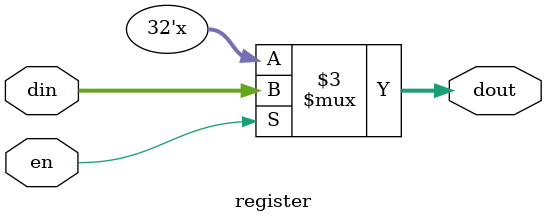
<source format=v>
`timescale 1ns / 1ps
module register(
    din,
	 dout,
	 en
    );

input [31:0] din;
input en;
output [31:0] dout;
reg [31:0] dout;


always @(*)begin
    if(en)
	     dout <= din;
	 else 
	     dout <=dout;
end


endmodule

</source>
